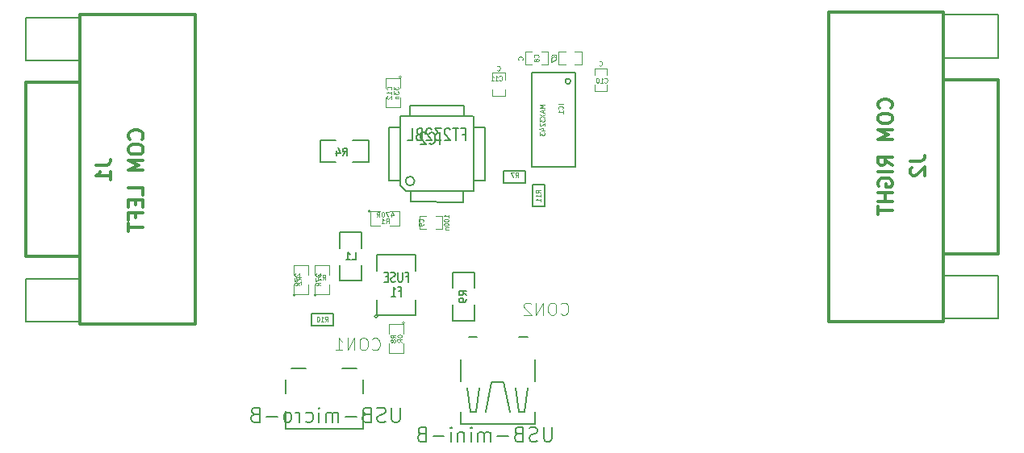
<source format=gbo>
G04 (created by PCBNEW (2013-jul-07)-stable) date śro, 10 cze 2015, 22:30:10*
%MOIN*%
G04 Gerber Fmt 3.4, Leading zero omitted, Abs format*
%FSLAX34Y34*%
G01*
G70*
G90*
G04 APERTURE LIST*
%ADD10C,0.00590551*%
%ADD11C,0.005*%
%ADD12C,0.012*%
%ADD13C,0.0039*%
%ADD14C,0.0047*%
%ADD15C,0.006*%
%ADD16C,0.0043*%
%ADD17C,0.0045*%
%ADD18C,0.008*%
%ADD19C,0.0035*%
G04 APERTURE END LIST*
G54D10*
G54D11*
X64395Y-38347D02*
X64395Y-34447D01*
X64395Y-34447D02*
X66195Y-34447D01*
X66195Y-34447D02*
X66195Y-38347D01*
X66195Y-38347D02*
X64395Y-38347D01*
X66007Y-34797D02*
G75*
G03X66007Y-34797I-111J0D01*
G74*
G01*
G54D10*
X45748Y-44724D02*
X43503Y-44724D01*
X43503Y-44724D02*
X43503Y-42952D01*
X43503Y-42952D02*
X45748Y-42952D01*
X45748Y-32165D02*
X43503Y-32165D01*
X43503Y-32165D02*
X43503Y-33937D01*
X43503Y-33937D02*
X45748Y-33937D01*
G54D12*
X50506Y-32035D02*
X50506Y-44835D01*
X50506Y-44835D02*
X45748Y-44835D01*
X45750Y-44835D02*
X45750Y-32035D01*
X45748Y-32035D02*
X50506Y-32035D01*
X43506Y-34835D02*
X45748Y-34835D01*
X43503Y-34835D02*
X43503Y-42035D01*
X45748Y-42035D02*
X43506Y-42035D01*
G54D10*
X81417Y-32047D02*
X83661Y-32047D01*
X83661Y-32047D02*
X83661Y-33818D01*
X83661Y-33818D02*
X81417Y-33818D01*
X81417Y-44606D02*
X83661Y-44606D01*
X83661Y-44606D02*
X83661Y-42834D01*
X83661Y-42834D02*
X81417Y-42834D01*
G54D12*
X76659Y-44735D02*
X76659Y-31935D01*
X76659Y-31935D02*
X81417Y-31935D01*
X81414Y-31935D02*
X81414Y-44735D01*
X81417Y-44735D02*
X76659Y-44735D01*
X83659Y-41935D02*
X81417Y-41935D01*
X83661Y-41935D02*
X83661Y-34735D01*
X81417Y-34735D02*
X83659Y-34735D01*
G54D11*
X57379Y-43047D02*
X56479Y-43047D01*
X56479Y-43047D02*
X56479Y-42397D01*
X57379Y-41697D02*
X57379Y-41047D01*
X57379Y-41047D02*
X56479Y-41047D01*
X56479Y-41047D02*
X56479Y-41697D01*
X57379Y-42397D02*
X57379Y-43047D01*
X57653Y-37246D02*
X57653Y-38146D01*
X57653Y-38146D02*
X57003Y-38146D01*
X56303Y-37246D02*
X55653Y-37246D01*
X55653Y-37246D02*
X55653Y-38146D01*
X55653Y-38146D02*
X56303Y-38146D01*
X57003Y-37246D02*
X57653Y-37246D01*
G54D13*
X57746Y-40172D02*
G75*
G03X57746Y-40172I-50J0D01*
G74*
G01*
X58146Y-40172D02*
X57746Y-40172D01*
X57746Y-40172D02*
X57746Y-40772D01*
X57746Y-40772D02*
X58146Y-40772D01*
X58546Y-40772D02*
X58946Y-40772D01*
X58946Y-40772D02*
X58946Y-40172D01*
X58946Y-40172D02*
X58546Y-40172D01*
X55498Y-43642D02*
G75*
G03X55498Y-43642I-50J0D01*
G74*
G01*
X55448Y-43192D02*
X55448Y-43592D01*
X55448Y-43592D02*
X56048Y-43592D01*
X56048Y-43592D02*
X56048Y-43192D01*
X56048Y-42792D02*
X56048Y-42392D01*
X56048Y-42392D02*
X55448Y-42392D01*
X55448Y-42392D02*
X55448Y-42792D01*
X54631Y-43642D02*
G75*
G03X54631Y-43642I-50J0D01*
G74*
G01*
X54581Y-43192D02*
X54581Y-43592D01*
X54581Y-43592D02*
X55181Y-43592D01*
X55181Y-43592D02*
X55181Y-43192D01*
X55181Y-42792D02*
X55181Y-42392D01*
X55181Y-42392D02*
X54581Y-42392D01*
X54581Y-42392D02*
X54581Y-42792D01*
X59011Y-34625D02*
G75*
G03X59011Y-34625I-50J0D01*
G74*
G01*
X58961Y-35075D02*
X58961Y-34675D01*
X58961Y-34675D02*
X58361Y-34675D01*
X58361Y-34675D02*
X58361Y-35075D01*
X58361Y-35475D02*
X58361Y-35875D01*
X58361Y-35875D02*
X58961Y-35875D01*
X58961Y-35875D02*
X58961Y-35475D01*
G54D14*
X60039Y-40885D02*
X59764Y-40885D01*
X60433Y-40885D02*
X60708Y-40885D01*
X60039Y-40373D02*
X59764Y-40373D01*
X60708Y-40373D02*
X60433Y-40373D01*
X59764Y-40379D02*
X59764Y-40879D01*
X60708Y-40879D02*
X60708Y-40379D01*
X63287Y-35118D02*
X63287Y-35393D01*
X63287Y-34724D02*
X63287Y-34449D01*
X62775Y-35118D02*
X62775Y-35393D01*
X62775Y-34449D02*
X62775Y-34724D01*
X62781Y-35393D02*
X63281Y-35393D01*
X63281Y-34449D02*
X62781Y-34449D01*
X64803Y-33582D02*
X65078Y-33582D01*
X64409Y-33582D02*
X64134Y-33582D01*
X64803Y-34094D02*
X65078Y-34094D01*
X64134Y-34094D02*
X64409Y-34094D01*
X65078Y-34088D02*
X65078Y-33588D01*
X64134Y-33588D02*
X64134Y-34088D01*
X67500Y-34921D02*
X67500Y-35196D01*
X67500Y-34527D02*
X67500Y-34252D01*
X66988Y-34921D02*
X66988Y-35196D01*
X66988Y-34252D02*
X66988Y-34527D01*
X66994Y-35196D02*
X67494Y-35196D01*
X67494Y-34252D02*
X66994Y-34252D01*
X66181Y-33582D02*
X66456Y-33582D01*
X65787Y-33582D02*
X65512Y-33582D01*
X66181Y-34094D02*
X66456Y-34094D01*
X65512Y-34094D02*
X65787Y-34094D01*
X66456Y-34088D02*
X66456Y-33588D01*
X65512Y-33588D02*
X65512Y-34088D01*
G54D15*
X62472Y-36705D02*
X62022Y-36705D01*
X62472Y-38885D02*
X62032Y-38885D01*
X62472Y-36705D02*
X62472Y-38885D01*
X61592Y-36235D02*
X61592Y-35805D01*
X59382Y-36225D02*
X59382Y-35805D01*
X59372Y-35805D02*
X61592Y-35795D01*
X59392Y-39775D02*
X61562Y-39785D01*
X58962Y-39085D02*
X58962Y-36255D01*
X61572Y-39775D02*
X61572Y-39365D01*
X59212Y-39325D02*
X61992Y-39325D01*
X62012Y-36245D02*
X62012Y-39285D01*
X58962Y-36245D02*
X61962Y-36245D01*
X58512Y-38915D02*
X58512Y-36695D01*
X58512Y-36695D02*
X58962Y-36695D01*
X58966Y-39095D02*
X59196Y-39325D01*
X58514Y-38915D02*
X58966Y-38915D01*
X59392Y-39325D02*
X59392Y-39777D01*
X59562Y-38921D02*
G75*
G03X59562Y-38921I-188J0D01*
G74*
G01*
G54D10*
X54232Y-49173D02*
X57421Y-49173D01*
X54232Y-48425D02*
X54232Y-49173D01*
X57421Y-48425D02*
X57421Y-49173D01*
X57421Y-47716D02*
X57421Y-47125D01*
X56555Y-46653D02*
X57185Y-46653D01*
X54468Y-46653D02*
X55059Y-46653D01*
X54232Y-47716D02*
X54232Y-47125D01*
G54D11*
X64150Y-38490D02*
X63250Y-38490D01*
X63250Y-38490D02*
X63250Y-38990D01*
X63250Y-38990D02*
X64150Y-38990D01*
X64150Y-38990D02*
X64150Y-38490D01*
G54D10*
X64527Y-47204D02*
X64527Y-46299D01*
X64488Y-48976D02*
X64527Y-48976D01*
X64527Y-48976D02*
X64527Y-48464D01*
X61456Y-48976D02*
X64488Y-48976D01*
X61456Y-47204D02*
X61456Y-46299D01*
X61456Y-48976D02*
X61456Y-48464D01*
X61811Y-45354D02*
X62125Y-45354D01*
X64251Y-45354D02*
X63858Y-45354D01*
G54D11*
X63492Y-48469D02*
X63242Y-47219D01*
X63242Y-47219D02*
X62742Y-47219D01*
X62742Y-47219D02*
X62492Y-48469D01*
X61742Y-47469D02*
X61867Y-48469D01*
X61867Y-48469D02*
X62117Y-48469D01*
X62117Y-48469D02*
X62242Y-47469D01*
X64242Y-47469D02*
X64117Y-48469D01*
X64117Y-48469D02*
X63867Y-48469D01*
X63867Y-48469D02*
X63742Y-47469D01*
X58039Y-44528D02*
G75*
G03X58039Y-44528I-70J0D01*
G74*
G01*
X58018Y-42628D02*
X58018Y-41978D01*
X58018Y-41978D02*
X59618Y-41978D01*
X59618Y-41978D02*
X59618Y-42628D01*
X59618Y-43828D02*
X59618Y-44478D01*
X59618Y-44478D02*
X58018Y-44478D01*
X58018Y-44478D02*
X58018Y-43828D01*
X61124Y-42700D02*
X62024Y-42700D01*
X62024Y-42700D02*
X62024Y-43350D01*
X61124Y-44050D02*
X61124Y-44700D01*
X61124Y-44700D02*
X62024Y-44700D01*
X62024Y-44700D02*
X62024Y-44050D01*
X61124Y-43350D02*
X61124Y-42700D01*
G54D13*
X59168Y-44783D02*
G75*
G03X59168Y-44783I-50J0D01*
G74*
G01*
X59118Y-45233D02*
X59118Y-44833D01*
X59118Y-44833D02*
X58518Y-44833D01*
X58518Y-44833D02*
X58518Y-45233D01*
X58518Y-45633D02*
X58518Y-46033D01*
X58518Y-46033D02*
X59118Y-46033D01*
X59118Y-46033D02*
X59118Y-45633D01*
G54D11*
X56198Y-44395D02*
X55298Y-44395D01*
X55298Y-44395D02*
X55298Y-44895D01*
X55298Y-44895D02*
X56198Y-44895D01*
X56198Y-44895D02*
X56198Y-44395D01*
X64435Y-39077D02*
X64435Y-39977D01*
X64435Y-39977D02*
X64935Y-39977D01*
X64935Y-39977D02*
X64935Y-39077D01*
X64935Y-39077D02*
X64435Y-39077D01*
G54D13*
X65689Y-35732D02*
X65492Y-35732D01*
X65671Y-35939D02*
X65680Y-35929D01*
X65689Y-35901D01*
X65689Y-35882D01*
X65680Y-35854D01*
X65661Y-35836D01*
X65643Y-35826D01*
X65605Y-35817D01*
X65577Y-35817D01*
X65539Y-35826D01*
X65521Y-35836D01*
X65502Y-35854D01*
X65492Y-35882D01*
X65492Y-35901D01*
X65502Y-35929D01*
X65511Y-35939D01*
X65689Y-36126D02*
X65689Y-36014D01*
X65689Y-36070D02*
X65492Y-36070D01*
X65521Y-36051D01*
X65539Y-36033D01*
X65549Y-36014D01*
X64925Y-35778D02*
X64728Y-35778D01*
X64868Y-35844D01*
X64728Y-35909D01*
X64925Y-35909D01*
X64868Y-35994D02*
X64868Y-36088D01*
X64925Y-35975D02*
X64728Y-36041D01*
X64925Y-36106D01*
X64728Y-36153D02*
X64925Y-36285D01*
X64728Y-36285D02*
X64925Y-36153D01*
X64728Y-36341D02*
X64728Y-36463D01*
X64803Y-36397D01*
X64803Y-36425D01*
X64812Y-36444D01*
X64821Y-36453D01*
X64840Y-36463D01*
X64887Y-36463D01*
X64906Y-36453D01*
X64915Y-36444D01*
X64925Y-36425D01*
X64925Y-36369D01*
X64915Y-36350D01*
X64906Y-36341D01*
X64746Y-36538D02*
X64737Y-36547D01*
X64728Y-36566D01*
X64728Y-36613D01*
X64737Y-36632D01*
X64746Y-36641D01*
X64765Y-36650D01*
X64784Y-36650D01*
X64812Y-36641D01*
X64925Y-36528D01*
X64925Y-36650D01*
X64793Y-36819D02*
X64925Y-36819D01*
X64718Y-36772D02*
X64859Y-36725D01*
X64859Y-36847D01*
X64728Y-36904D02*
X64728Y-37026D01*
X64803Y-36960D01*
X64803Y-36988D01*
X64812Y-37007D01*
X64821Y-37016D01*
X64840Y-37026D01*
X64887Y-37026D01*
X64906Y-37016D01*
X64915Y-37007D01*
X64925Y-36988D01*
X64925Y-36932D01*
X64915Y-36913D01*
X64906Y-36904D01*
G54D12*
X46414Y-38264D02*
X46843Y-38264D01*
X46928Y-38235D01*
X46985Y-38178D01*
X47014Y-38093D01*
X47014Y-38035D01*
X47014Y-38864D02*
X47014Y-38521D01*
X47014Y-38693D02*
X46414Y-38693D01*
X46500Y-38635D01*
X46557Y-38578D01*
X46585Y-38521D01*
X48292Y-37185D02*
X48320Y-37157D01*
X48349Y-37071D01*
X48349Y-37014D01*
X48320Y-36928D01*
X48263Y-36871D01*
X48206Y-36842D01*
X48092Y-36814D01*
X48006Y-36814D01*
X47892Y-36842D01*
X47834Y-36871D01*
X47777Y-36928D01*
X47749Y-37014D01*
X47749Y-37071D01*
X47777Y-37157D01*
X47806Y-37185D01*
X47749Y-37557D02*
X47749Y-37671D01*
X47777Y-37728D01*
X47834Y-37785D01*
X47949Y-37814D01*
X48149Y-37814D01*
X48263Y-37785D01*
X48320Y-37728D01*
X48349Y-37671D01*
X48349Y-37557D01*
X48320Y-37500D01*
X48263Y-37442D01*
X48149Y-37414D01*
X47949Y-37414D01*
X47834Y-37442D01*
X47777Y-37500D01*
X47749Y-37557D01*
X48349Y-38071D02*
X47749Y-38071D01*
X48177Y-38271D01*
X47749Y-38471D01*
X48349Y-38471D01*
X48349Y-39500D02*
X48349Y-39214D01*
X47749Y-39214D01*
X48034Y-39700D02*
X48034Y-39900D01*
X48349Y-39985D02*
X48349Y-39700D01*
X47749Y-39700D01*
X47749Y-39985D01*
X48034Y-40442D02*
X48034Y-40242D01*
X48349Y-40242D02*
X47749Y-40242D01*
X47749Y-40528D01*
X47749Y-40671D02*
X47749Y-41014D01*
X48349Y-40842D02*
X47749Y-40842D01*
X80036Y-38107D02*
X80465Y-38107D01*
X80550Y-38078D01*
X80607Y-38021D01*
X80636Y-37935D01*
X80636Y-37878D01*
X80093Y-38364D02*
X80065Y-38392D01*
X80036Y-38449D01*
X80036Y-38592D01*
X80065Y-38649D01*
X80093Y-38678D01*
X80150Y-38707D01*
X80207Y-38707D01*
X80293Y-38678D01*
X80636Y-38335D01*
X80636Y-38707D01*
X79244Y-35900D02*
X79273Y-35871D01*
X79301Y-35785D01*
X79301Y-35728D01*
X79273Y-35642D01*
X79216Y-35585D01*
X79159Y-35557D01*
X79044Y-35528D01*
X78959Y-35528D01*
X78844Y-35557D01*
X78787Y-35585D01*
X78730Y-35642D01*
X78701Y-35728D01*
X78701Y-35785D01*
X78730Y-35871D01*
X78759Y-35900D01*
X78701Y-36271D02*
X78701Y-36385D01*
X78730Y-36442D01*
X78787Y-36500D01*
X78901Y-36528D01*
X79101Y-36528D01*
X79216Y-36500D01*
X79273Y-36442D01*
X79301Y-36385D01*
X79301Y-36271D01*
X79273Y-36214D01*
X79216Y-36157D01*
X79101Y-36128D01*
X78901Y-36128D01*
X78787Y-36157D01*
X78730Y-36214D01*
X78701Y-36271D01*
X79301Y-36785D02*
X78701Y-36785D01*
X79130Y-36985D01*
X78701Y-37185D01*
X79301Y-37185D01*
X79301Y-38271D02*
X79016Y-38071D01*
X79301Y-37928D02*
X78701Y-37928D01*
X78701Y-38157D01*
X78730Y-38214D01*
X78759Y-38242D01*
X78816Y-38271D01*
X78901Y-38271D01*
X78959Y-38242D01*
X78987Y-38214D01*
X79016Y-38157D01*
X79016Y-37928D01*
X79301Y-38528D02*
X78701Y-38528D01*
X78730Y-39128D02*
X78701Y-39071D01*
X78701Y-38985D01*
X78730Y-38900D01*
X78787Y-38842D01*
X78844Y-38814D01*
X78959Y-38785D01*
X79044Y-38785D01*
X79159Y-38814D01*
X79216Y-38842D01*
X79273Y-38900D01*
X79301Y-38985D01*
X79301Y-39042D01*
X79273Y-39128D01*
X79244Y-39157D01*
X79044Y-39157D01*
X79044Y-39042D01*
X79301Y-39414D02*
X78701Y-39414D01*
X78987Y-39414D02*
X78987Y-39757D01*
X79301Y-39757D02*
X78701Y-39757D01*
X78701Y-39957D02*
X78701Y-40300D01*
X79301Y-40128D02*
X78701Y-40128D01*
G54D11*
X56979Y-42168D02*
X57121Y-42168D01*
X57121Y-41868D01*
X56721Y-42168D02*
X56893Y-42168D01*
X56807Y-42168D02*
X56807Y-41868D01*
X56836Y-41911D01*
X56864Y-41940D01*
X56893Y-41954D01*
X56605Y-37857D02*
X56705Y-37714D01*
X56776Y-37857D02*
X56776Y-37557D01*
X56662Y-37557D01*
X56633Y-37571D01*
X56619Y-37586D01*
X56605Y-37614D01*
X56605Y-37657D01*
X56619Y-37686D01*
X56633Y-37700D01*
X56662Y-37714D01*
X56776Y-37714D01*
X56347Y-37657D02*
X56347Y-37857D01*
X56419Y-37543D02*
X56490Y-37757D01*
X56305Y-37757D01*
G54D16*
X58379Y-40677D02*
X58444Y-40583D01*
X58491Y-40677D02*
X58491Y-40480D01*
X58416Y-40480D01*
X58398Y-40489D01*
X58388Y-40498D01*
X58379Y-40517D01*
X58379Y-40545D01*
X58388Y-40564D01*
X58398Y-40573D01*
X58416Y-40583D01*
X58491Y-40583D01*
X58191Y-40677D02*
X58304Y-40677D01*
X58247Y-40677D02*
X58247Y-40480D01*
X58266Y-40508D01*
X58285Y-40527D01*
X58304Y-40536D01*
X58595Y-40270D02*
X58595Y-40402D01*
X58641Y-40195D02*
X58688Y-40336D01*
X58566Y-40336D01*
X58510Y-40205D02*
X58379Y-40205D01*
X58463Y-40402D01*
X58266Y-40205D02*
X58247Y-40205D01*
X58229Y-40214D01*
X58219Y-40223D01*
X58210Y-40242D01*
X58201Y-40280D01*
X58201Y-40327D01*
X58210Y-40364D01*
X58219Y-40383D01*
X58229Y-40392D01*
X58247Y-40402D01*
X58266Y-40402D01*
X58285Y-40392D01*
X58294Y-40383D01*
X58304Y-40364D01*
X58313Y-40327D01*
X58313Y-40280D01*
X58304Y-40242D01*
X58294Y-40223D01*
X58285Y-40214D01*
X58266Y-40205D01*
X58004Y-40402D02*
X58069Y-40308D01*
X58116Y-40402D02*
X58116Y-40205D01*
X58041Y-40205D01*
X58022Y-40214D01*
X58013Y-40223D01*
X58004Y-40242D01*
X58004Y-40270D01*
X58013Y-40289D01*
X58022Y-40298D01*
X58041Y-40308D01*
X58116Y-40308D01*
X55762Y-43004D02*
X55828Y-42910D01*
X55875Y-43004D02*
X55875Y-42807D01*
X55800Y-42807D01*
X55781Y-42816D01*
X55772Y-42826D01*
X55762Y-42845D01*
X55762Y-42873D01*
X55772Y-42891D01*
X55781Y-42901D01*
X55800Y-42910D01*
X55875Y-42910D01*
X55697Y-42807D02*
X55575Y-42807D01*
X55640Y-42882D01*
X55612Y-42882D01*
X55593Y-42891D01*
X55584Y-42901D01*
X55575Y-42920D01*
X55575Y-42967D01*
X55584Y-42985D01*
X55593Y-42995D01*
X55612Y-43004D01*
X55668Y-43004D01*
X55687Y-42995D01*
X55697Y-42985D01*
X55499Y-42743D02*
X55490Y-42752D01*
X55480Y-42771D01*
X55480Y-42818D01*
X55490Y-42837D01*
X55499Y-42846D01*
X55518Y-42856D01*
X55537Y-42856D01*
X55565Y-42846D01*
X55677Y-42734D01*
X55677Y-42856D01*
X55480Y-42921D02*
X55480Y-43053D01*
X55677Y-42968D01*
X55677Y-43240D02*
X55583Y-43175D01*
X55677Y-43128D02*
X55480Y-43128D01*
X55480Y-43203D01*
X55490Y-43221D01*
X55499Y-43231D01*
X55518Y-43240D01*
X55546Y-43240D01*
X55565Y-43231D01*
X55574Y-43221D01*
X55583Y-43203D01*
X55583Y-43128D01*
X54882Y-42998D02*
X54789Y-42932D01*
X54882Y-42886D02*
X54685Y-42886D01*
X54685Y-42961D01*
X54695Y-42979D01*
X54704Y-42989D01*
X54723Y-42998D01*
X54751Y-42998D01*
X54770Y-42989D01*
X54779Y-42979D01*
X54789Y-42961D01*
X54789Y-42886D01*
X54704Y-43073D02*
X54695Y-43083D01*
X54685Y-43101D01*
X54685Y-43148D01*
X54695Y-43167D01*
X54704Y-43176D01*
X54723Y-43186D01*
X54742Y-43186D01*
X54770Y-43176D01*
X54882Y-43064D01*
X54882Y-43186D01*
X54633Y-42743D02*
X54624Y-42752D01*
X54614Y-42771D01*
X54614Y-42818D01*
X54624Y-42837D01*
X54633Y-42846D01*
X54652Y-42856D01*
X54670Y-42856D01*
X54699Y-42846D01*
X54811Y-42734D01*
X54811Y-42856D01*
X54614Y-42921D02*
X54614Y-43053D01*
X54811Y-42968D01*
X54811Y-43240D02*
X54717Y-43175D01*
X54811Y-43128D02*
X54614Y-43128D01*
X54614Y-43203D01*
X54624Y-43221D01*
X54633Y-43231D01*
X54652Y-43240D01*
X54680Y-43240D01*
X54699Y-43231D01*
X54708Y-43221D01*
X54717Y-43203D01*
X54717Y-43128D01*
X58597Y-35148D02*
X58606Y-35139D01*
X58616Y-35111D01*
X58616Y-35092D01*
X58606Y-35064D01*
X58588Y-35045D01*
X58569Y-35036D01*
X58531Y-35026D01*
X58503Y-35026D01*
X58466Y-35036D01*
X58447Y-35045D01*
X58428Y-35064D01*
X58419Y-35092D01*
X58419Y-35111D01*
X58428Y-35139D01*
X58437Y-35148D01*
X58616Y-35336D02*
X58616Y-35223D01*
X58616Y-35280D02*
X58419Y-35280D01*
X58447Y-35261D01*
X58466Y-35242D01*
X58475Y-35223D01*
X58437Y-35411D02*
X58428Y-35420D01*
X58419Y-35439D01*
X58419Y-35486D01*
X58428Y-35505D01*
X58437Y-35514D01*
X58456Y-35524D01*
X58475Y-35524D01*
X58503Y-35514D01*
X58616Y-35402D01*
X58616Y-35524D01*
X58694Y-35026D02*
X58694Y-35148D01*
X58769Y-35083D01*
X58769Y-35111D01*
X58778Y-35130D01*
X58787Y-35139D01*
X58806Y-35148D01*
X58853Y-35148D01*
X58872Y-35139D01*
X58881Y-35130D01*
X58891Y-35111D01*
X58891Y-35055D01*
X58881Y-35036D01*
X58872Y-35026D01*
X58694Y-35214D02*
X58694Y-35336D01*
X58769Y-35270D01*
X58769Y-35299D01*
X58778Y-35317D01*
X58787Y-35327D01*
X58806Y-35336D01*
X58853Y-35336D01*
X58872Y-35327D01*
X58881Y-35317D01*
X58891Y-35299D01*
X58891Y-35242D01*
X58881Y-35223D01*
X58872Y-35214D01*
X58759Y-35420D02*
X58891Y-35420D01*
X58778Y-35420D02*
X58769Y-35430D01*
X58759Y-35449D01*
X58759Y-35477D01*
X58769Y-35496D01*
X58787Y-35505D01*
X58891Y-35505D01*
G54D17*
X59904Y-40599D02*
X59913Y-40591D01*
X59923Y-40565D01*
X59923Y-40548D01*
X59913Y-40522D01*
X59894Y-40505D01*
X59875Y-40497D01*
X59837Y-40488D01*
X59809Y-40488D01*
X59771Y-40497D01*
X59752Y-40505D01*
X59732Y-40522D01*
X59723Y-40548D01*
X59723Y-40565D01*
X59732Y-40591D01*
X59742Y-40599D01*
X59923Y-40685D02*
X59923Y-40719D01*
X59913Y-40737D01*
X59904Y-40745D01*
X59875Y-40762D01*
X59837Y-40771D01*
X59761Y-40771D01*
X59742Y-40762D01*
X59732Y-40754D01*
X59723Y-40737D01*
X59723Y-40702D01*
X59732Y-40685D01*
X59742Y-40677D01*
X59761Y-40668D01*
X59809Y-40668D01*
X59828Y-40677D01*
X59837Y-40685D01*
X59847Y-40702D01*
X59847Y-40737D01*
X59837Y-40754D01*
X59828Y-40762D01*
X59809Y-40771D01*
X60967Y-40428D02*
X60967Y-40325D01*
X60967Y-40377D02*
X60767Y-40377D01*
X60795Y-40359D01*
X60814Y-40342D01*
X60824Y-40325D01*
X60767Y-40539D02*
X60767Y-40557D01*
X60776Y-40574D01*
X60786Y-40582D01*
X60805Y-40591D01*
X60843Y-40599D01*
X60890Y-40599D01*
X60929Y-40591D01*
X60948Y-40582D01*
X60957Y-40574D01*
X60967Y-40557D01*
X60967Y-40539D01*
X60957Y-40522D01*
X60948Y-40514D01*
X60929Y-40505D01*
X60890Y-40497D01*
X60843Y-40497D01*
X60805Y-40505D01*
X60786Y-40514D01*
X60776Y-40522D01*
X60767Y-40539D01*
X60767Y-40711D02*
X60767Y-40728D01*
X60776Y-40745D01*
X60786Y-40754D01*
X60805Y-40762D01*
X60843Y-40771D01*
X60890Y-40771D01*
X60929Y-40762D01*
X60948Y-40754D01*
X60957Y-40745D01*
X60967Y-40728D01*
X60967Y-40711D01*
X60957Y-40694D01*
X60948Y-40685D01*
X60929Y-40677D01*
X60890Y-40668D01*
X60843Y-40668D01*
X60805Y-40677D01*
X60786Y-40685D01*
X60776Y-40694D01*
X60767Y-40711D01*
X60833Y-40848D02*
X60967Y-40848D01*
X60852Y-40848D02*
X60843Y-40857D01*
X60833Y-40874D01*
X60833Y-40899D01*
X60843Y-40917D01*
X60862Y-40925D01*
X60967Y-40925D01*
X63068Y-34746D02*
X63077Y-34756D01*
X63102Y-34765D01*
X63119Y-34765D01*
X63145Y-34756D01*
X63162Y-34737D01*
X63171Y-34718D01*
X63179Y-34680D01*
X63179Y-34651D01*
X63171Y-34613D01*
X63162Y-34594D01*
X63145Y-34575D01*
X63119Y-34565D01*
X63102Y-34565D01*
X63077Y-34575D01*
X63068Y-34585D01*
X62897Y-34765D02*
X62999Y-34765D01*
X62948Y-34765D02*
X62948Y-34565D01*
X62965Y-34594D01*
X62982Y-34613D01*
X62999Y-34623D01*
X62725Y-34765D02*
X62828Y-34765D01*
X62777Y-34765D02*
X62777Y-34565D01*
X62794Y-34594D01*
X62811Y-34613D01*
X62828Y-34623D01*
X62975Y-34333D02*
X62984Y-34342D01*
X63010Y-34352D01*
X63027Y-34352D01*
X63052Y-34342D01*
X63070Y-34323D01*
X63078Y-34304D01*
X63087Y-34266D01*
X63087Y-34237D01*
X63078Y-34199D01*
X63070Y-34180D01*
X63052Y-34161D01*
X63027Y-34152D01*
X63010Y-34152D01*
X62984Y-34161D01*
X62975Y-34171D01*
X64668Y-33808D02*
X64677Y-33800D01*
X64687Y-33774D01*
X64687Y-33757D01*
X64677Y-33731D01*
X64658Y-33714D01*
X64639Y-33705D01*
X64601Y-33697D01*
X64572Y-33697D01*
X64534Y-33705D01*
X64515Y-33714D01*
X64496Y-33731D01*
X64487Y-33757D01*
X64487Y-33774D01*
X64496Y-33800D01*
X64506Y-33808D01*
X64572Y-33911D02*
X64563Y-33894D01*
X64553Y-33885D01*
X64534Y-33877D01*
X64525Y-33877D01*
X64506Y-33885D01*
X64496Y-33894D01*
X64487Y-33911D01*
X64487Y-33945D01*
X64496Y-33962D01*
X64506Y-33971D01*
X64525Y-33980D01*
X64534Y-33980D01*
X64553Y-33971D01*
X64563Y-33962D01*
X64572Y-33945D01*
X64572Y-33911D01*
X64582Y-33894D01*
X64592Y-33885D01*
X64611Y-33877D01*
X64649Y-33877D01*
X64668Y-33885D01*
X64677Y-33894D01*
X64687Y-33911D01*
X64687Y-33945D01*
X64677Y-33962D01*
X64668Y-33971D01*
X64649Y-33980D01*
X64611Y-33980D01*
X64592Y-33971D01*
X64582Y-33962D01*
X64572Y-33945D01*
X64018Y-33894D02*
X64027Y-33885D01*
X64037Y-33860D01*
X64037Y-33842D01*
X64027Y-33817D01*
X64008Y-33800D01*
X63989Y-33791D01*
X63951Y-33782D01*
X63922Y-33782D01*
X63884Y-33791D01*
X63865Y-33800D01*
X63846Y-33817D01*
X63837Y-33842D01*
X63837Y-33860D01*
X63846Y-33885D01*
X63856Y-33894D01*
X67409Y-34836D02*
X67418Y-34845D01*
X67444Y-34855D01*
X67461Y-34855D01*
X67486Y-34845D01*
X67504Y-34826D01*
X67512Y-34807D01*
X67521Y-34769D01*
X67521Y-34741D01*
X67512Y-34702D01*
X67504Y-34683D01*
X67486Y-34664D01*
X67461Y-34655D01*
X67444Y-34655D01*
X67418Y-34664D01*
X67409Y-34674D01*
X67238Y-34855D02*
X67341Y-34855D01*
X67289Y-34855D02*
X67289Y-34655D01*
X67306Y-34683D01*
X67324Y-34702D01*
X67341Y-34712D01*
X67126Y-34655D02*
X67109Y-34655D01*
X67092Y-34664D01*
X67084Y-34674D01*
X67075Y-34693D01*
X67066Y-34731D01*
X67066Y-34779D01*
X67075Y-34817D01*
X67084Y-34836D01*
X67092Y-34845D01*
X67109Y-34855D01*
X67126Y-34855D01*
X67144Y-34845D01*
X67152Y-34836D01*
X67161Y-34817D01*
X67169Y-34779D01*
X67169Y-34731D01*
X67161Y-34693D01*
X67152Y-34674D01*
X67144Y-34664D01*
X67126Y-34655D01*
X67188Y-34136D02*
X67196Y-34145D01*
X67222Y-34155D01*
X67239Y-34155D01*
X67265Y-34145D01*
X67282Y-34126D01*
X67291Y-34107D01*
X67299Y-34069D01*
X67299Y-34041D01*
X67291Y-34002D01*
X67282Y-33983D01*
X67265Y-33964D01*
X67239Y-33955D01*
X67222Y-33955D01*
X67196Y-33964D01*
X67188Y-33974D01*
X65396Y-33808D02*
X65405Y-33800D01*
X65415Y-33774D01*
X65415Y-33757D01*
X65405Y-33731D01*
X65386Y-33714D01*
X65367Y-33705D01*
X65329Y-33697D01*
X65300Y-33697D01*
X65262Y-33705D01*
X65243Y-33714D01*
X65224Y-33731D01*
X65215Y-33757D01*
X65215Y-33774D01*
X65224Y-33800D01*
X65234Y-33808D01*
X65215Y-33868D02*
X65215Y-33988D01*
X65415Y-33911D01*
X65396Y-33894D02*
X65405Y-33885D01*
X65415Y-33860D01*
X65415Y-33842D01*
X65405Y-33817D01*
X65386Y-33800D01*
X65367Y-33791D01*
X65329Y-33782D01*
X65300Y-33782D01*
X65262Y-33791D01*
X65243Y-33800D01*
X65224Y-33817D01*
X65215Y-33842D01*
X65215Y-33860D01*
X65224Y-33885D01*
X65234Y-33894D01*
G54D18*
X60587Y-37407D02*
X60587Y-36907D01*
X60168Y-37359D02*
X60187Y-37383D01*
X60244Y-37407D01*
X60282Y-37407D01*
X60339Y-37383D01*
X60377Y-37335D01*
X60396Y-37288D01*
X60415Y-37192D01*
X60415Y-37121D01*
X60396Y-37026D01*
X60377Y-36978D01*
X60339Y-36930D01*
X60282Y-36907D01*
X60244Y-36907D01*
X60187Y-36930D01*
X60168Y-36954D01*
X60015Y-36954D02*
X59996Y-36930D01*
X59958Y-36907D01*
X59863Y-36907D01*
X59825Y-36930D01*
X59806Y-36954D01*
X59787Y-37002D01*
X59787Y-37049D01*
X59806Y-37121D01*
X60034Y-37407D01*
X59787Y-37407D01*
X61520Y-36985D02*
X61654Y-36985D01*
X61654Y-37247D02*
X61654Y-36747D01*
X61463Y-36747D01*
X61368Y-36747D02*
X61139Y-36747D01*
X61254Y-37247D02*
X61254Y-36747D01*
X61025Y-36795D02*
X61006Y-36771D01*
X60968Y-36747D01*
X60873Y-36747D01*
X60834Y-36771D01*
X60815Y-36795D01*
X60796Y-36842D01*
X60796Y-36890D01*
X60815Y-36961D01*
X61044Y-37247D01*
X60796Y-37247D01*
X60663Y-36747D02*
X60415Y-36747D01*
X60549Y-36938D01*
X60492Y-36938D01*
X60454Y-36961D01*
X60434Y-36985D01*
X60415Y-37033D01*
X60415Y-37152D01*
X60434Y-37200D01*
X60454Y-37223D01*
X60492Y-37247D01*
X60606Y-37247D01*
X60644Y-37223D01*
X60663Y-37200D01*
X60263Y-36795D02*
X60244Y-36771D01*
X60206Y-36747D01*
X60111Y-36747D01*
X60073Y-36771D01*
X60054Y-36795D01*
X60034Y-36842D01*
X60034Y-36890D01*
X60054Y-36961D01*
X60282Y-37247D01*
X60034Y-37247D01*
X59730Y-36985D02*
X59673Y-37009D01*
X59654Y-37033D01*
X59634Y-37080D01*
X59634Y-37152D01*
X59654Y-37200D01*
X59673Y-37223D01*
X59711Y-37247D01*
X59863Y-37247D01*
X59863Y-36747D01*
X59730Y-36747D01*
X59692Y-36771D01*
X59673Y-36795D01*
X59654Y-36842D01*
X59654Y-36890D01*
X59673Y-36938D01*
X59692Y-36961D01*
X59730Y-36985D01*
X59863Y-36985D01*
X59273Y-37247D02*
X59463Y-37247D01*
X59463Y-36747D01*
G54D19*
X57811Y-45863D02*
X57835Y-45887D01*
X57907Y-45911D01*
X57954Y-45911D01*
X58026Y-45887D01*
X58073Y-45839D01*
X58097Y-45791D01*
X58121Y-45696D01*
X58121Y-45625D01*
X58097Y-45530D01*
X58073Y-45482D01*
X58026Y-45434D01*
X57954Y-45411D01*
X57907Y-45411D01*
X57835Y-45434D01*
X57811Y-45458D01*
X57502Y-45411D02*
X57407Y-45411D01*
X57359Y-45434D01*
X57311Y-45482D01*
X57288Y-45577D01*
X57288Y-45744D01*
X57311Y-45839D01*
X57359Y-45887D01*
X57407Y-45911D01*
X57502Y-45911D01*
X57549Y-45887D01*
X57597Y-45839D01*
X57621Y-45744D01*
X57621Y-45577D01*
X57597Y-45482D01*
X57549Y-45434D01*
X57502Y-45411D01*
X57073Y-45911D02*
X57073Y-45411D01*
X56788Y-45911D01*
X56788Y-45411D01*
X56288Y-45911D02*
X56573Y-45911D01*
X56430Y-45911D02*
X56430Y-45411D01*
X56478Y-45482D01*
X56526Y-45530D01*
X56573Y-45553D01*
G54D10*
X58962Y-48284D02*
X58962Y-48770D01*
X58934Y-48827D01*
X58905Y-48856D01*
X58848Y-48884D01*
X58734Y-48884D01*
X58676Y-48856D01*
X58648Y-48827D01*
X58619Y-48770D01*
X58619Y-48284D01*
X58362Y-48856D02*
X58276Y-48884D01*
X58134Y-48884D01*
X58076Y-48856D01*
X58048Y-48827D01*
X58019Y-48770D01*
X58019Y-48713D01*
X58048Y-48656D01*
X58076Y-48627D01*
X58134Y-48598D01*
X58248Y-48570D01*
X58305Y-48541D01*
X58334Y-48513D01*
X58362Y-48456D01*
X58362Y-48398D01*
X58334Y-48341D01*
X58305Y-48313D01*
X58248Y-48284D01*
X58105Y-48284D01*
X58019Y-48313D01*
X57562Y-48570D02*
X57476Y-48598D01*
X57448Y-48627D01*
X57419Y-48684D01*
X57419Y-48770D01*
X57448Y-48827D01*
X57476Y-48856D01*
X57534Y-48884D01*
X57762Y-48884D01*
X57762Y-48284D01*
X57562Y-48284D01*
X57505Y-48313D01*
X57476Y-48341D01*
X57448Y-48398D01*
X57448Y-48456D01*
X57476Y-48513D01*
X57505Y-48541D01*
X57562Y-48570D01*
X57762Y-48570D01*
X57162Y-48656D02*
X56705Y-48656D01*
X56419Y-48884D02*
X56419Y-48484D01*
X56419Y-48541D02*
X56391Y-48513D01*
X56334Y-48484D01*
X56248Y-48484D01*
X56191Y-48513D01*
X56162Y-48570D01*
X56162Y-48884D01*
X56162Y-48570D02*
X56134Y-48513D01*
X56076Y-48484D01*
X55991Y-48484D01*
X55934Y-48513D01*
X55905Y-48570D01*
X55905Y-48884D01*
X55619Y-48884D02*
X55619Y-48484D01*
X55619Y-48284D02*
X55648Y-48313D01*
X55619Y-48341D01*
X55591Y-48313D01*
X55619Y-48284D01*
X55619Y-48341D01*
X55076Y-48856D02*
X55134Y-48884D01*
X55248Y-48884D01*
X55305Y-48856D01*
X55334Y-48827D01*
X55362Y-48770D01*
X55362Y-48598D01*
X55334Y-48541D01*
X55305Y-48513D01*
X55248Y-48484D01*
X55134Y-48484D01*
X55076Y-48513D01*
X54819Y-48884D02*
X54819Y-48484D01*
X54819Y-48598D02*
X54791Y-48541D01*
X54762Y-48513D01*
X54705Y-48484D01*
X54648Y-48484D01*
X54362Y-48884D02*
X54419Y-48856D01*
X54448Y-48827D01*
X54476Y-48770D01*
X54476Y-48598D01*
X54448Y-48541D01*
X54419Y-48513D01*
X54362Y-48484D01*
X54276Y-48484D01*
X54219Y-48513D01*
X54191Y-48541D01*
X54162Y-48598D01*
X54162Y-48770D01*
X54191Y-48827D01*
X54219Y-48856D01*
X54276Y-48884D01*
X54362Y-48884D01*
X53905Y-48656D02*
X53448Y-48656D01*
X52962Y-48570D02*
X52876Y-48598D01*
X52848Y-48627D01*
X52819Y-48684D01*
X52819Y-48770D01*
X52848Y-48827D01*
X52876Y-48856D01*
X52934Y-48884D01*
X53162Y-48884D01*
X53162Y-48284D01*
X52962Y-48284D01*
X52905Y-48313D01*
X52876Y-48341D01*
X52848Y-48398D01*
X52848Y-48456D01*
X52876Y-48513D01*
X52905Y-48541D01*
X52962Y-48570D01*
X53162Y-48570D01*
G54D17*
X63730Y-38771D02*
X63790Y-38675D01*
X63833Y-38771D02*
X63833Y-38571D01*
X63765Y-38571D01*
X63747Y-38580D01*
X63739Y-38590D01*
X63730Y-38609D01*
X63730Y-38637D01*
X63739Y-38656D01*
X63747Y-38666D01*
X63765Y-38675D01*
X63833Y-38675D01*
X63670Y-38571D02*
X63550Y-38571D01*
X63627Y-38771D01*
G54D19*
X65607Y-44406D02*
X65630Y-44430D01*
X65702Y-44454D01*
X65750Y-44454D01*
X65821Y-44430D01*
X65869Y-44382D01*
X65892Y-44335D01*
X65916Y-44240D01*
X65916Y-44168D01*
X65892Y-44073D01*
X65869Y-44025D01*
X65821Y-43978D01*
X65750Y-43954D01*
X65702Y-43954D01*
X65630Y-43978D01*
X65607Y-44001D01*
X65297Y-43954D02*
X65202Y-43954D01*
X65154Y-43978D01*
X65107Y-44025D01*
X65083Y-44121D01*
X65083Y-44287D01*
X65107Y-44382D01*
X65154Y-44430D01*
X65202Y-44454D01*
X65297Y-44454D01*
X65345Y-44430D01*
X65392Y-44382D01*
X65416Y-44287D01*
X65416Y-44121D01*
X65392Y-44025D01*
X65345Y-43978D01*
X65297Y-43954D01*
X64869Y-44454D02*
X64869Y-43954D01*
X64583Y-44454D01*
X64583Y-43954D01*
X64369Y-44001D02*
X64345Y-43978D01*
X64297Y-43954D01*
X64178Y-43954D01*
X64130Y-43978D01*
X64107Y-44001D01*
X64083Y-44049D01*
X64083Y-44097D01*
X64107Y-44168D01*
X64392Y-44454D01*
X64083Y-44454D01*
G54D10*
X65237Y-49091D02*
X65237Y-49577D01*
X65208Y-49634D01*
X65180Y-49663D01*
X65123Y-49691D01*
X65008Y-49691D01*
X64951Y-49663D01*
X64923Y-49634D01*
X64894Y-49577D01*
X64894Y-49091D01*
X64637Y-49663D02*
X64551Y-49691D01*
X64408Y-49691D01*
X64351Y-49663D01*
X64323Y-49634D01*
X64294Y-49577D01*
X64294Y-49520D01*
X64323Y-49463D01*
X64351Y-49434D01*
X64408Y-49405D01*
X64523Y-49377D01*
X64580Y-49348D01*
X64608Y-49320D01*
X64637Y-49263D01*
X64637Y-49205D01*
X64608Y-49148D01*
X64580Y-49120D01*
X64523Y-49091D01*
X64380Y-49091D01*
X64294Y-49120D01*
X63837Y-49377D02*
X63751Y-49405D01*
X63723Y-49434D01*
X63694Y-49491D01*
X63694Y-49577D01*
X63723Y-49634D01*
X63751Y-49663D01*
X63808Y-49691D01*
X64037Y-49691D01*
X64037Y-49091D01*
X63837Y-49091D01*
X63780Y-49120D01*
X63751Y-49148D01*
X63723Y-49205D01*
X63723Y-49263D01*
X63751Y-49320D01*
X63780Y-49348D01*
X63837Y-49377D01*
X64037Y-49377D01*
X63437Y-49463D02*
X62980Y-49463D01*
X62694Y-49691D02*
X62694Y-49291D01*
X62694Y-49348D02*
X62666Y-49320D01*
X62608Y-49291D01*
X62523Y-49291D01*
X62466Y-49320D01*
X62437Y-49377D01*
X62437Y-49691D01*
X62437Y-49377D02*
X62408Y-49320D01*
X62351Y-49291D01*
X62266Y-49291D01*
X62208Y-49320D01*
X62180Y-49377D01*
X62180Y-49691D01*
X61894Y-49691D02*
X61894Y-49291D01*
X61894Y-49091D02*
X61923Y-49120D01*
X61894Y-49148D01*
X61866Y-49120D01*
X61894Y-49091D01*
X61894Y-49148D01*
X61608Y-49291D02*
X61608Y-49691D01*
X61608Y-49348D02*
X61580Y-49320D01*
X61523Y-49291D01*
X61437Y-49291D01*
X61380Y-49320D01*
X61351Y-49377D01*
X61351Y-49691D01*
X61066Y-49691D02*
X61066Y-49291D01*
X61066Y-49091D02*
X61094Y-49120D01*
X61066Y-49148D01*
X61037Y-49120D01*
X61066Y-49091D01*
X61066Y-49148D01*
X60780Y-49463D02*
X60323Y-49463D01*
X59837Y-49377D02*
X59751Y-49405D01*
X59723Y-49434D01*
X59694Y-49491D01*
X59694Y-49577D01*
X59723Y-49634D01*
X59751Y-49663D01*
X59808Y-49691D01*
X60037Y-49691D01*
X60037Y-49091D01*
X59837Y-49091D01*
X59780Y-49120D01*
X59751Y-49148D01*
X59723Y-49205D01*
X59723Y-49263D01*
X59751Y-49320D01*
X59780Y-49348D01*
X59837Y-49377D01*
X60037Y-49377D01*
G54D11*
X58918Y-43474D02*
X59018Y-43474D01*
X59018Y-43684D02*
X59018Y-43284D01*
X58876Y-43284D01*
X58604Y-43684D02*
X58776Y-43684D01*
X58690Y-43684D02*
X58690Y-43284D01*
X58718Y-43341D01*
X58747Y-43379D01*
X58776Y-43398D01*
X59211Y-42880D02*
X59311Y-42880D01*
X59311Y-43090D02*
X59311Y-42690D01*
X59168Y-42690D01*
X59054Y-42690D02*
X59054Y-43014D01*
X59040Y-43052D01*
X59026Y-43071D01*
X58997Y-43090D01*
X58940Y-43090D01*
X58911Y-43071D01*
X58897Y-43052D01*
X58883Y-43014D01*
X58883Y-42690D01*
X58754Y-43071D02*
X58711Y-43090D01*
X58640Y-43090D01*
X58611Y-43071D01*
X58597Y-43052D01*
X58583Y-43014D01*
X58583Y-42975D01*
X58597Y-42937D01*
X58611Y-42918D01*
X58640Y-42899D01*
X58697Y-42880D01*
X58726Y-42861D01*
X58740Y-42842D01*
X58754Y-42804D01*
X58754Y-42766D01*
X58740Y-42728D01*
X58726Y-42709D01*
X58697Y-42690D01*
X58626Y-42690D01*
X58583Y-42709D01*
X58454Y-42880D02*
X58354Y-42880D01*
X58311Y-43090D02*
X58454Y-43090D01*
X58454Y-42690D01*
X58311Y-42690D01*
X61696Y-43650D02*
X61553Y-43550D01*
X61696Y-43479D02*
X61396Y-43479D01*
X61396Y-43593D01*
X61410Y-43622D01*
X61424Y-43636D01*
X61453Y-43650D01*
X61496Y-43650D01*
X61524Y-43636D01*
X61539Y-43622D01*
X61553Y-43593D01*
X61553Y-43479D01*
X61696Y-43793D02*
X61696Y-43850D01*
X61681Y-43879D01*
X61667Y-43893D01*
X61624Y-43922D01*
X61567Y-43936D01*
X61453Y-43936D01*
X61424Y-43922D01*
X61410Y-43907D01*
X61396Y-43879D01*
X61396Y-43822D01*
X61410Y-43793D01*
X61424Y-43779D01*
X61453Y-43765D01*
X61524Y-43765D01*
X61553Y-43779D01*
X61567Y-43793D01*
X61581Y-43822D01*
X61581Y-43879D01*
X61567Y-43907D01*
X61553Y-43922D01*
X61524Y-43936D01*
G54D16*
X58773Y-45400D02*
X58679Y-45334D01*
X58773Y-45287D02*
X58576Y-45287D01*
X58576Y-45362D01*
X58586Y-45381D01*
X58595Y-45390D01*
X58614Y-45400D01*
X58642Y-45400D01*
X58661Y-45390D01*
X58670Y-45381D01*
X58679Y-45362D01*
X58679Y-45287D01*
X58661Y-45512D02*
X58651Y-45494D01*
X58642Y-45484D01*
X58623Y-45475D01*
X58614Y-45475D01*
X58595Y-45484D01*
X58586Y-45494D01*
X58576Y-45512D01*
X58576Y-45550D01*
X58586Y-45569D01*
X58595Y-45578D01*
X58614Y-45587D01*
X58623Y-45587D01*
X58642Y-45578D01*
X58651Y-45569D01*
X58661Y-45550D01*
X58661Y-45512D01*
X58670Y-45494D01*
X58679Y-45484D01*
X58698Y-45475D01*
X58736Y-45475D01*
X58754Y-45484D01*
X58764Y-45494D01*
X58773Y-45512D01*
X58773Y-45550D01*
X58764Y-45569D01*
X58754Y-45578D01*
X58736Y-45587D01*
X58698Y-45587D01*
X58679Y-45578D01*
X58670Y-45569D01*
X58661Y-45550D01*
X58851Y-45325D02*
X58851Y-45343D01*
X58861Y-45362D01*
X58870Y-45372D01*
X58889Y-45381D01*
X58926Y-45390D01*
X58973Y-45390D01*
X59011Y-45381D01*
X59029Y-45372D01*
X59039Y-45362D01*
X59048Y-45343D01*
X59048Y-45325D01*
X59039Y-45306D01*
X59029Y-45297D01*
X59011Y-45287D01*
X58973Y-45278D01*
X58926Y-45278D01*
X58889Y-45287D01*
X58870Y-45297D01*
X58861Y-45306D01*
X58851Y-45325D01*
X59048Y-45587D02*
X58954Y-45522D01*
X59048Y-45475D02*
X58851Y-45475D01*
X58851Y-45550D01*
X58861Y-45569D01*
X58870Y-45578D01*
X58889Y-45587D01*
X58917Y-45587D01*
X58936Y-45578D01*
X58945Y-45569D01*
X58954Y-45550D01*
X58954Y-45475D01*
G54D17*
X55863Y-44726D02*
X55923Y-44631D01*
X55966Y-44726D02*
X55966Y-44526D01*
X55898Y-44526D01*
X55880Y-44536D01*
X55872Y-44545D01*
X55863Y-44564D01*
X55863Y-44593D01*
X55872Y-44612D01*
X55880Y-44621D01*
X55898Y-44631D01*
X55966Y-44631D01*
X55692Y-44726D02*
X55795Y-44726D01*
X55743Y-44726D02*
X55743Y-44526D01*
X55760Y-44555D01*
X55778Y-44574D01*
X55795Y-44583D01*
X55580Y-44526D02*
X55563Y-44526D01*
X55546Y-44536D01*
X55538Y-44545D01*
X55529Y-44564D01*
X55520Y-44602D01*
X55520Y-44650D01*
X55529Y-44688D01*
X55538Y-44707D01*
X55546Y-44717D01*
X55563Y-44726D01*
X55580Y-44726D01*
X55598Y-44717D01*
X55606Y-44707D01*
X55615Y-44688D01*
X55623Y-44650D01*
X55623Y-44602D01*
X55615Y-44564D01*
X55606Y-44545D01*
X55598Y-44536D01*
X55580Y-44526D01*
X64765Y-39411D02*
X64670Y-39351D01*
X64765Y-39308D02*
X64565Y-39308D01*
X64565Y-39377D01*
X64575Y-39394D01*
X64585Y-39403D01*
X64604Y-39411D01*
X64632Y-39411D01*
X64651Y-39403D01*
X64661Y-39394D01*
X64670Y-39377D01*
X64670Y-39308D01*
X64765Y-39583D02*
X64765Y-39480D01*
X64765Y-39531D02*
X64565Y-39531D01*
X64594Y-39514D01*
X64613Y-39497D01*
X64623Y-39480D01*
X64765Y-39754D02*
X64765Y-39651D01*
X64765Y-39703D02*
X64565Y-39703D01*
X64594Y-39686D01*
X64613Y-39668D01*
X64623Y-39651D01*
M02*

</source>
